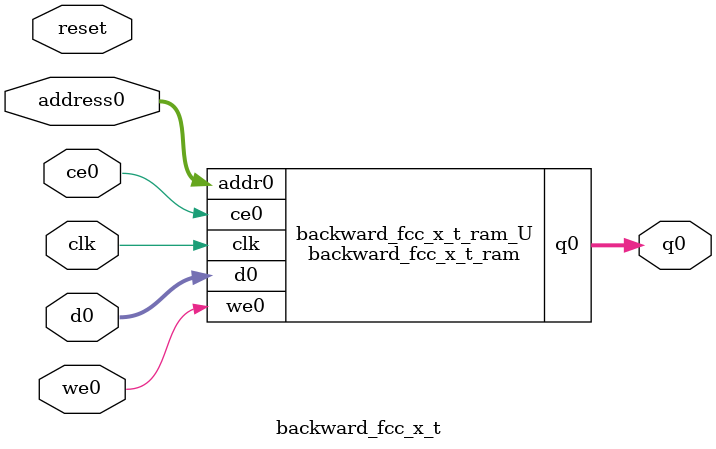
<source format=v>
`timescale 1 ns / 1 ps
module backward_fcc_x_t_ram (addr0, ce0, d0, we0, q0,  clk);

parameter DWIDTH = 32;
parameter AWIDTH = 7;
parameter MEM_SIZE = 100;

input[AWIDTH-1:0] addr0;
input ce0;
input[DWIDTH-1:0] d0;
input we0;
output reg[DWIDTH-1:0] q0;
input clk;

reg [DWIDTH-1:0] ram[0:MEM_SIZE-1];




always @(posedge clk)  
begin 
    if (ce0) begin
        if (we0) 
            ram[addr0] <= d0; 
        q0 <= ram[addr0];
    end
end


endmodule

`timescale 1 ns / 1 ps
module backward_fcc_x_t(
    reset,
    clk,
    address0,
    ce0,
    we0,
    d0,
    q0);

parameter DataWidth = 32'd32;
parameter AddressRange = 32'd100;
parameter AddressWidth = 32'd7;
input reset;
input clk;
input[AddressWidth - 1:0] address0;
input ce0;
input we0;
input[DataWidth - 1:0] d0;
output[DataWidth - 1:0] q0;



backward_fcc_x_t_ram backward_fcc_x_t_ram_U(
    .clk( clk ),
    .addr0( address0 ),
    .ce0( ce0 ),
    .we0( we0 ),
    .d0( d0 ),
    .q0( q0 ));

endmodule


</source>
